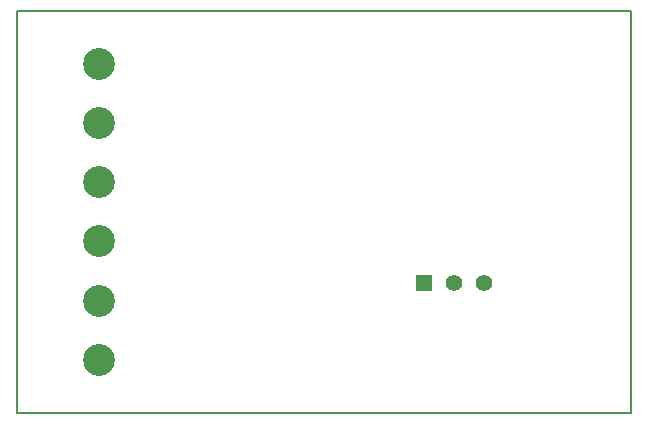
<source format=gbs>
%FSLAX25Y25*%
%MOIN*%
G70*
G01*
G75*
G04 Layer_Color=16711935*
%ADD10O,0.08661X0.02362*%
%ADD11R,0.03937X0.05709*%
%ADD12R,0.05709X0.02165*%
%ADD13C,0.01000*%
%ADD14C,0.00787*%
%ADD15R,0.04724X0.04724*%
%ADD16C,0.04724*%
%ADD17C,0.09843*%
%ADD18C,0.02756*%
%ADD19C,0.00984*%
%ADD20C,0.00394*%
%ADD21O,0.09461X0.03162*%
%ADD22R,0.04737X0.06509*%
%ADD23R,0.06509X0.02965*%
%ADD24R,0.05524X0.05524*%
%ADD25C,0.05524*%
%ADD26C,0.10642*%
D14*
X51181Y51181D02*
Y185039D01*
Y51181D02*
X255906D01*
Y185039D01*
X51181D02*
X255906D01*
D24*
X186850Y94488D02*
D03*
D25*
X196850D02*
D03*
X206850D02*
D03*
D26*
X78740Y167323D02*
D03*
Y147638D02*
D03*
Y127953D02*
D03*
Y108268D02*
D03*
Y88583D02*
D03*
Y68898D02*
D03*
M02*

</source>
